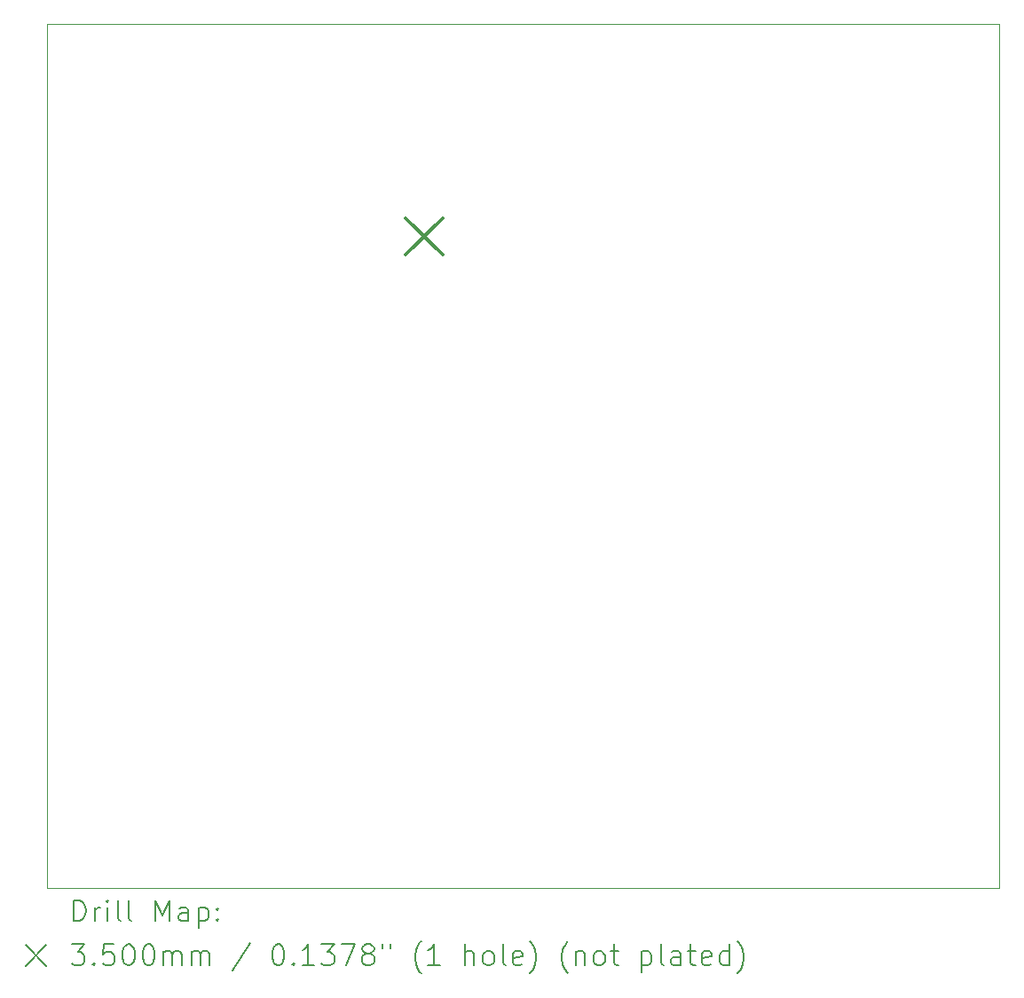
<source format=gbr>
%TF.GenerationSoftware,KiCad,Pcbnew,8.0.3*%
%TF.CreationDate,2024-07-02T16:04:20+02:00*%
%TF.ProjectId,sis5351a GPS controlled time base,73697335-3335-4316-9120-47505320636f,rev?*%
%TF.SameCoordinates,Original*%
%TF.FileFunction,Drillmap*%
%TF.FilePolarity,Positive*%
%FSLAX45Y45*%
G04 Gerber Fmt 4.5, Leading zero omitted, Abs format (unit mm)*
G04 Created by KiCad (PCBNEW 8.0.3) date 2024-07-02 16:04:20*
%MOMM*%
%LPD*%
G01*
G04 APERTURE LIST*
%ADD10C,0.100000*%
%ADD11C,0.200000*%
%ADD12C,0.350000*%
G04 APERTURE END LIST*
D10*
X12460160Y-5511700D02*
X21548540Y-5511700D01*
X21548540Y-13757040D01*
X12460160Y-13757040D01*
X12460160Y-5511700D01*
D11*
D12*
X15885000Y-7362000D02*
X16235000Y-7712000D01*
X16235000Y-7362000D02*
X15885000Y-7712000D01*
D11*
X12715937Y-14073524D02*
X12715937Y-13873524D01*
X12715937Y-13873524D02*
X12763556Y-13873524D01*
X12763556Y-13873524D02*
X12792127Y-13883048D01*
X12792127Y-13883048D02*
X12811175Y-13902095D01*
X12811175Y-13902095D02*
X12820699Y-13921143D01*
X12820699Y-13921143D02*
X12830222Y-13959238D01*
X12830222Y-13959238D02*
X12830222Y-13987809D01*
X12830222Y-13987809D02*
X12820699Y-14025905D01*
X12820699Y-14025905D02*
X12811175Y-14044952D01*
X12811175Y-14044952D02*
X12792127Y-14064000D01*
X12792127Y-14064000D02*
X12763556Y-14073524D01*
X12763556Y-14073524D02*
X12715937Y-14073524D01*
X12915937Y-14073524D02*
X12915937Y-13940190D01*
X12915937Y-13978286D02*
X12925461Y-13959238D01*
X12925461Y-13959238D02*
X12934984Y-13949714D01*
X12934984Y-13949714D02*
X12954032Y-13940190D01*
X12954032Y-13940190D02*
X12973080Y-13940190D01*
X13039746Y-14073524D02*
X13039746Y-13940190D01*
X13039746Y-13873524D02*
X13030222Y-13883048D01*
X13030222Y-13883048D02*
X13039746Y-13892571D01*
X13039746Y-13892571D02*
X13049270Y-13883048D01*
X13049270Y-13883048D02*
X13039746Y-13873524D01*
X13039746Y-13873524D02*
X13039746Y-13892571D01*
X13163556Y-14073524D02*
X13144508Y-14064000D01*
X13144508Y-14064000D02*
X13134984Y-14044952D01*
X13134984Y-14044952D02*
X13134984Y-13873524D01*
X13268318Y-14073524D02*
X13249270Y-14064000D01*
X13249270Y-14064000D02*
X13239746Y-14044952D01*
X13239746Y-14044952D02*
X13239746Y-13873524D01*
X13496889Y-14073524D02*
X13496889Y-13873524D01*
X13496889Y-13873524D02*
X13563556Y-14016381D01*
X13563556Y-14016381D02*
X13630222Y-13873524D01*
X13630222Y-13873524D02*
X13630222Y-14073524D01*
X13811175Y-14073524D02*
X13811175Y-13968762D01*
X13811175Y-13968762D02*
X13801651Y-13949714D01*
X13801651Y-13949714D02*
X13782603Y-13940190D01*
X13782603Y-13940190D02*
X13744508Y-13940190D01*
X13744508Y-13940190D02*
X13725461Y-13949714D01*
X13811175Y-14064000D02*
X13792127Y-14073524D01*
X13792127Y-14073524D02*
X13744508Y-14073524D01*
X13744508Y-14073524D02*
X13725461Y-14064000D01*
X13725461Y-14064000D02*
X13715937Y-14044952D01*
X13715937Y-14044952D02*
X13715937Y-14025905D01*
X13715937Y-14025905D02*
X13725461Y-14006857D01*
X13725461Y-14006857D02*
X13744508Y-13997333D01*
X13744508Y-13997333D02*
X13792127Y-13997333D01*
X13792127Y-13997333D02*
X13811175Y-13987809D01*
X13906413Y-13940190D02*
X13906413Y-14140190D01*
X13906413Y-13949714D02*
X13925461Y-13940190D01*
X13925461Y-13940190D02*
X13963556Y-13940190D01*
X13963556Y-13940190D02*
X13982603Y-13949714D01*
X13982603Y-13949714D02*
X13992127Y-13959238D01*
X13992127Y-13959238D02*
X14001651Y-13978286D01*
X14001651Y-13978286D02*
X14001651Y-14035428D01*
X14001651Y-14035428D02*
X13992127Y-14054476D01*
X13992127Y-14054476D02*
X13982603Y-14064000D01*
X13982603Y-14064000D02*
X13963556Y-14073524D01*
X13963556Y-14073524D02*
X13925461Y-14073524D01*
X13925461Y-14073524D02*
X13906413Y-14064000D01*
X14087365Y-14054476D02*
X14096889Y-14064000D01*
X14096889Y-14064000D02*
X14087365Y-14073524D01*
X14087365Y-14073524D02*
X14077842Y-14064000D01*
X14077842Y-14064000D02*
X14087365Y-14054476D01*
X14087365Y-14054476D02*
X14087365Y-14073524D01*
X14087365Y-13949714D02*
X14096889Y-13959238D01*
X14096889Y-13959238D02*
X14087365Y-13968762D01*
X14087365Y-13968762D02*
X14077842Y-13959238D01*
X14077842Y-13959238D02*
X14087365Y-13949714D01*
X14087365Y-13949714D02*
X14087365Y-13968762D01*
X12255160Y-14302040D02*
X12455160Y-14502040D01*
X12455160Y-14302040D02*
X12255160Y-14502040D01*
X12696889Y-14293524D02*
X12820699Y-14293524D01*
X12820699Y-14293524D02*
X12754032Y-14369714D01*
X12754032Y-14369714D02*
X12782603Y-14369714D01*
X12782603Y-14369714D02*
X12801651Y-14379238D01*
X12801651Y-14379238D02*
X12811175Y-14388762D01*
X12811175Y-14388762D02*
X12820699Y-14407809D01*
X12820699Y-14407809D02*
X12820699Y-14455428D01*
X12820699Y-14455428D02*
X12811175Y-14474476D01*
X12811175Y-14474476D02*
X12801651Y-14484000D01*
X12801651Y-14484000D02*
X12782603Y-14493524D01*
X12782603Y-14493524D02*
X12725461Y-14493524D01*
X12725461Y-14493524D02*
X12706413Y-14484000D01*
X12706413Y-14484000D02*
X12696889Y-14474476D01*
X12906413Y-14474476D02*
X12915937Y-14484000D01*
X12915937Y-14484000D02*
X12906413Y-14493524D01*
X12906413Y-14493524D02*
X12896889Y-14484000D01*
X12896889Y-14484000D02*
X12906413Y-14474476D01*
X12906413Y-14474476D02*
X12906413Y-14493524D01*
X13096889Y-14293524D02*
X13001651Y-14293524D01*
X13001651Y-14293524D02*
X12992127Y-14388762D01*
X12992127Y-14388762D02*
X13001651Y-14379238D01*
X13001651Y-14379238D02*
X13020699Y-14369714D01*
X13020699Y-14369714D02*
X13068318Y-14369714D01*
X13068318Y-14369714D02*
X13087365Y-14379238D01*
X13087365Y-14379238D02*
X13096889Y-14388762D01*
X13096889Y-14388762D02*
X13106413Y-14407809D01*
X13106413Y-14407809D02*
X13106413Y-14455428D01*
X13106413Y-14455428D02*
X13096889Y-14474476D01*
X13096889Y-14474476D02*
X13087365Y-14484000D01*
X13087365Y-14484000D02*
X13068318Y-14493524D01*
X13068318Y-14493524D02*
X13020699Y-14493524D01*
X13020699Y-14493524D02*
X13001651Y-14484000D01*
X13001651Y-14484000D02*
X12992127Y-14474476D01*
X13230222Y-14293524D02*
X13249270Y-14293524D01*
X13249270Y-14293524D02*
X13268318Y-14303048D01*
X13268318Y-14303048D02*
X13277842Y-14312571D01*
X13277842Y-14312571D02*
X13287365Y-14331619D01*
X13287365Y-14331619D02*
X13296889Y-14369714D01*
X13296889Y-14369714D02*
X13296889Y-14417333D01*
X13296889Y-14417333D02*
X13287365Y-14455428D01*
X13287365Y-14455428D02*
X13277842Y-14474476D01*
X13277842Y-14474476D02*
X13268318Y-14484000D01*
X13268318Y-14484000D02*
X13249270Y-14493524D01*
X13249270Y-14493524D02*
X13230222Y-14493524D01*
X13230222Y-14493524D02*
X13211175Y-14484000D01*
X13211175Y-14484000D02*
X13201651Y-14474476D01*
X13201651Y-14474476D02*
X13192127Y-14455428D01*
X13192127Y-14455428D02*
X13182603Y-14417333D01*
X13182603Y-14417333D02*
X13182603Y-14369714D01*
X13182603Y-14369714D02*
X13192127Y-14331619D01*
X13192127Y-14331619D02*
X13201651Y-14312571D01*
X13201651Y-14312571D02*
X13211175Y-14303048D01*
X13211175Y-14303048D02*
X13230222Y-14293524D01*
X13420699Y-14293524D02*
X13439746Y-14293524D01*
X13439746Y-14293524D02*
X13458794Y-14303048D01*
X13458794Y-14303048D02*
X13468318Y-14312571D01*
X13468318Y-14312571D02*
X13477842Y-14331619D01*
X13477842Y-14331619D02*
X13487365Y-14369714D01*
X13487365Y-14369714D02*
X13487365Y-14417333D01*
X13487365Y-14417333D02*
X13477842Y-14455428D01*
X13477842Y-14455428D02*
X13468318Y-14474476D01*
X13468318Y-14474476D02*
X13458794Y-14484000D01*
X13458794Y-14484000D02*
X13439746Y-14493524D01*
X13439746Y-14493524D02*
X13420699Y-14493524D01*
X13420699Y-14493524D02*
X13401651Y-14484000D01*
X13401651Y-14484000D02*
X13392127Y-14474476D01*
X13392127Y-14474476D02*
X13382603Y-14455428D01*
X13382603Y-14455428D02*
X13373080Y-14417333D01*
X13373080Y-14417333D02*
X13373080Y-14369714D01*
X13373080Y-14369714D02*
X13382603Y-14331619D01*
X13382603Y-14331619D02*
X13392127Y-14312571D01*
X13392127Y-14312571D02*
X13401651Y-14303048D01*
X13401651Y-14303048D02*
X13420699Y-14293524D01*
X13573080Y-14493524D02*
X13573080Y-14360190D01*
X13573080Y-14379238D02*
X13582603Y-14369714D01*
X13582603Y-14369714D02*
X13601651Y-14360190D01*
X13601651Y-14360190D02*
X13630223Y-14360190D01*
X13630223Y-14360190D02*
X13649270Y-14369714D01*
X13649270Y-14369714D02*
X13658794Y-14388762D01*
X13658794Y-14388762D02*
X13658794Y-14493524D01*
X13658794Y-14388762D02*
X13668318Y-14369714D01*
X13668318Y-14369714D02*
X13687365Y-14360190D01*
X13687365Y-14360190D02*
X13715937Y-14360190D01*
X13715937Y-14360190D02*
X13734984Y-14369714D01*
X13734984Y-14369714D02*
X13744508Y-14388762D01*
X13744508Y-14388762D02*
X13744508Y-14493524D01*
X13839746Y-14493524D02*
X13839746Y-14360190D01*
X13839746Y-14379238D02*
X13849270Y-14369714D01*
X13849270Y-14369714D02*
X13868318Y-14360190D01*
X13868318Y-14360190D02*
X13896889Y-14360190D01*
X13896889Y-14360190D02*
X13915937Y-14369714D01*
X13915937Y-14369714D02*
X13925461Y-14388762D01*
X13925461Y-14388762D02*
X13925461Y-14493524D01*
X13925461Y-14388762D02*
X13934984Y-14369714D01*
X13934984Y-14369714D02*
X13954032Y-14360190D01*
X13954032Y-14360190D02*
X13982603Y-14360190D01*
X13982603Y-14360190D02*
X14001651Y-14369714D01*
X14001651Y-14369714D02*
X14011175Y-14388762D01*
X14011175Y-14388762D02*
X14011175Y-14493524D01*
X14401651Y-14284000D02*
X14230223Y-14541143D01*
X14658794Y-14293524D02*
X14677842Y-14293524D01*
X14677842Y-14293524D02*
X14696889Y-14303048D01*
X14696889Y-14303048D02*
X14706413Y-14312571D01*
X14706413Y-14312571D02*
X14715937Y-14331619D01*
X14715937Y-14331619D02*
X14725461Y-14369714D01*
X14725461Y-14369714D02*
X14725461Y-14417333D01*
X14725461Y-14417333D02*
X14715937Y-14455428D01*
X14715937Y-14455428D02*
X14706413Y-14474476D01*
X14706413Y-14474476D02*
X14696889Y-14484000D01*
X14696889Y-14484000D02*
X14677842Y-14493524D01*
X14677842Y-14493524D02*
X14658794Y-14493524D01*
X14658794Y-14493524D02*
X14639746Y-14484000D01*
X14639746Y-14484000D02*
X14630223Y-14474476D01*
X14630223Y-14474476D02*
X14620699Y-14455428D01*
X14620699Y-14455428D02*
X14611175Y-14417333D01*
X14611175Y-14417333D02*
X14611175Y-14369714D01*
X14611175Y-14369714D02*
X14620699Y-14331619D01*
X14620699Y-14331619D02*
X14630223Y-14312571D01*
X14630223Y-14312571D02*
X14639746Y-14303048D01*
X14639746Y-14303048D02*
X14658794Y-14293524D01*
X14811175Y-14474476D02*
X14820699Y-14484000D01*
X14820699Y-14484000D02*
X14811175Y-14493524D01*
X14811175Y-14493524D02*
X14801651Y-14484000D01*
X14801651Y-14484000D02*
X14811175Y-14474476D01*
X14811175Y-14474476D02*
X14811175Y-14493524D01*
X15011175Y-14493524D02*
X14896889Y-14493524D01*
X14954032Y-14493524D02*
X14954032Y-14293524D01*
X14954032Y-14293524D02*
X14934985Y-14322095D01*
X14934985Y-14322095D02*
X14915937Y-14341143D01*
X14915937Y-14341143D02*
X14896889Y-14350667D01*
X15077842Y-14293524D02*
X15201651Y-14293524D01*
X15201651Y-14293524D02*
X15134985Y-14369714D01*
X15134985Y-14369714D02*
X15163556Y-14369714D01*
X15163556Y-14369714D02*
X15182604Y-14379238D01*
X15182604Y-14379238D02*
X15192127Y-14388762D01*
X15192127Y-14388762D02*
X15201651Y-14407809D01*
X15201651Y-14407809D02*
X15201651Y-14455428D01*
X15201651Y-14455428D02*
X15192127Y-14474476D01*
X15192127Y-14474476D02*
X15182604Y-14484000D01*
X15182604Y-14484000D02*
X15163556Y-14493524D01*
X15163556Y-14493524D02*
X15106413Y-14493524D01*
X15106413Y-14493524D02*
X15087366Y-14484000D01*
X15087366Y-14484000D02*
X15077842Y-14474476D01*
X15268318Y-14293524D02*
X15401651Y-14293524D01*
X15401651Y-14293524D02*
X15315937Y-14493524D01*
X15506413Y-14379238D02*
X15487366Y-14369714D01*
X15487366Y-14369714D02*
X15477842Y-14360190D01*
X15477842Y-14360190D02*
X15468318Y-14341143D01*
X15468318Y-14341143D02*
X15468318Y-14331619D01*
X15468318Y-14331619D02*
X15477842Y-14312571D01*
X15477842Y-14312571D02*
X15487366Y-14303048D01*
X15487366Y-14303048D02*
X15506413Y-14293524D01*
X15506413Y-14293524D02*
X15544508Y-14293524D01*
X15544508Y-14293524D02*
X15563556Y-14303048D01*
X15563556Y-14303048D02*
X15573080Y-14312571D01*
X15573080Y-14312571D02*
X15582604Y-14331619D01*
X15582604Y-14331619D02*
X15582604Y-14341143D01*
X15582604Y-14341143D02*
X15573080Y-14360190D01*
X15573080Y-14360190D02*
X15563556Y-14369714D01*
X15563556Y-14369714D02*
X15544508Y-14379238D01*
X15544508Y-14379238D02*
X15506413Y-14379238D01*
X15506413Y-14379238D02*
X15487366Y-14388762D01*
X15487366Y-14388762D02*
X15477842Y-14398286D01*
X15477842Y-14398286D02*
X15468318Y-14417333D01*
X15468318Y-14417333D02*
X15468318Y-14455428D01*
X15468318Y-14455428D02*
X15477842Y-14474476D01*
X15477842Y-14474476D02*
X15487366Y-14484000D01*
X15487366Y-14484000D02*
X15506413Y-14493524D01*
X15506413Y-14493524D02*
X15544508Y-14493524D01*
X15544508Y-14493524D02*
X15563556Y-14484000D01*
X15563556Y-14484000D02*
X15573080Y-14474476D01*
X15573080Y-14474476D02*
X15582604Y-14455428D01*
X15582604Y-14455428D02*
X15582604Y-14417333D01*
X15582604Y-14417333D02*
X15573080Y-14398286D01*
X15573080Y-14398286D02*
X15563556Y-14388762D01*
X15563556Y-14388762D02*
X15544508Y-14379238D01*
X15658794Y-14293524D02*
X15658794Y-14331619D01*
X15734985Y-14293524D02*
X15734985Y-14331619D01*
X16030223Y-14569714D02*
X16020699Y-14560190D01*
X16020699Y-14560190D02*
X16001651Y-14531619D01*
X16001651Y-14531619D02*
X15992128Y-14512571D01*
X15992128Y-14512571D02*
X15982604Y-14484000D01*
X15982604Y-14484000D02*
X15973080Y-14436381D01*
X15973080Y-14436381D02*
X15973080Y-14398286D01*
X15973080Y-14398286D02*
X15982604Y-14350667D01*
X15982604Y-14350667D02*
X15992128Y-14322095D01*
X15992128Y-14322095D02*
X16001651Y-14303048D01*
X16001651Y-14303048D02*
X16020699Y-14274476D01*
X16020699Y-14274476D02*
X16030223Y-14264952D01*
X16211175Y-14493524D02*
X16096889Y-14493524D01*
X16154032Y-14493524D02*
X16154032Y-14293524D01*
X16154032Y-14293524D02*
X16134985Y-14322095D01*
X16134985Y-14322095D02*
X16115937Y-14341143D01*
X16115937Y-14341143D02*
X16096889Y-14350667D01*
X16449270Y-14493524D02*
X16449270Y-14293524D01*
X16534985Y-14493524D02*
X16534985Y-14388762D01*
X16534985Y-14388762D02*
X16525461Y-14369714D01*
X16525461Y-14369714D02*
X16506413Y-14360190D01*
X16506413Y-14360190D02*
X16477842Y-14360190D01*
X16477842Y-14360190D02*
X16458794Y-14369714D01*
X16458794Y-14369714D02*
X16449270Y-14379238D01*
X16658794Y-14493524D02*
X16639747Y-14484000D01*
X16639747Y-14484000D02*
X16630223Y-14474476D01*
X16630223Y-14474476D02*
X16620699Y-14455428D01*
X16620699Y-14455428D02*
X16620699Y-14398286D01*
X16620699Y-14398286D02*
X16630223Y-14379238D01*
X16630223Y-14379238D02*
X16639747Y-14369714D01*
X16639747Y-14369714D02*
X16658794Y-14360190D01*
X16658794Y-14360190D02*
X16687366Y-14360190D01*
X16687366Y-14360190D02*
X16706413Y-14369714D01*
X16706413Y-14369714D02*
X16715937Y-14379238D01*
X16715937Y-14379238D02*
X16725461Y-14398286D01*
X16725461Y-14398286D02*
X16725461Y-14455428D01*
X16725461Y-14455428D02*
X16715937Y-14474476D01*
X16715937Y-14474476D02*
X16706413Y-14484000D01*
X16706413Y-14484000D02*
X16687366Y-14493524D01*
X16687366Y-14493524D02*
X16658794Y-14493524D01*
X16839747Y-14493524D02*
X16820699Y-14484000D01*
X16820699Y-14484000D02*
X16811175Y-14464952D01*
X16811175Y-14464952D02*
X16811175Y-14293524D01*
X16992128Y-14484000D02*
X16973080Y-14493524D01*
X16973080Y-14493524D02*
X16934985Y-14493524D01*
X16934985Y-14493524D02*
X16915937Y-14484000D01*
X16915937Y-14484000D02*
X16906413Y-14464952D01*
X16906413Y-14464952D02*
X16906413Y-14388762D01*
X16906413Y-14388762D02*
X16915937Y-14369714D01*
X16915937Y-14369714D02*
X16934985Y-14360190D01*
X16934985Y-14360190D02*
X16973080Y-14360190D01*
X16973080Y-14360190D02*
X16992128Y-14369714D01*
X16992128Y-14369714D02*
X17001652Y-14388762D01*
X17001652Y-14388762D02*
X17001652Y-14407809D01*
X17001652Y-14407809D02*
X16906413Y-14426857D01*
X17068318Y-14569714D02*
X17077842Y-14560190D01*
X17077842Y-14560190D02*
X17096890Y-14531619D01*
X17096890Y-14531619D02*
X17106413Y-14512571D01*
X17106413Y-14512571D02*
X17115937Y-14484000D01*
X17115937Y-14484000D02*
X17125461Y-14436381D01*
X17125461Y-14436381D02*
X17125461Y-14398286D01*
X17125461Y-14398286D02*
X17115937Y-14350667D01*
X17115937Y-14350667D02*
X17106413Y-14322095D01*
X17106413Y-14322095D02*
X17096890Y-14303048D01*
X17096890Y-14303048D02*
X17077842Y-14274476D01*
X17077842Y-14274476D02*
X17068318Y-14264952D01*
X17430223Y-14569714D02*
X17420699Y-14560190D01*
X17420699Y-14560190D02*
X17401652Y-14531619D01*
X17401652Y-14531619D02*
X17392128Y-14512571D01*
X17392128Y-14512571D02*
X17382604Y-14484000D01*
X17382604Y-14484000D02*
X17373080Y-14436381D01*
X17373080Y-14436381D02*
X17373080Y-14398286D01*
X17373080Y-14398286D02*
X17382604Y-14350667D01*
X17382604Y-14350667D02*
X17392128Y-14322095D01*
X17392128Y-14322095D02*
X17401652Y-14303048D01*
X17401652Y-14303048D02*
X17420699Y-14274476D01*
X17420699Y-14274476D02*
X17430223Y-14264952D01*
X17506413Y-14360190D02*
X17506413Y-14493524D01*
X17506413Y-14379238D02*
X17515937Y-14369714D01*
X17515937Y-14369714D02*
X17534985Y-14360190D01*
X17534985Y-14360190D02*
X17563556Y-14360190D01*
X17563556Y-14360190D02*
X17582604Y-14369714D01*
X17582604Y-14369714D02*
X17592128Y-14388762D01*
X17592128Y-14388762D02*
X17592128Y-14493524D01*
X17715937Y-14493524D02*
X17696890Y-14484000D01*
X17696890Y-14484000D02*
X17687366Y-14474476D01*
X17687366Y-14474476D02*
X17677842Y-14455428D01*
X17677842Y-14455428D02*
X17677842Y-14398286D01*
X17677842Y-14398286D02*
X17687366Y-14379238D01*
X17687366Y-14379238D02*
X17696890Y-14369714D01*
X17696890Y-14369714D02*
X17715937Y-14360190D01*
X17715937Y-14360190D02*
X17744509Y-14360190D01*
X17744509Y-14360190D02*
X17763556Y-14369714D01*
X17763556Y-14369714D02*
X17773080Y-14379238D01*
X17773080Y-14379238D02*
X17782604Y-14398286D01*
X17782604Y-14398286D02*
X17782604Y-14455428D01*
X17782604Y-14455428D02*
X17773080Y-14474476D01*
X17773080Y-14474476D02*
X17763556Y-14484000D01*
X17763556Y-14484000D02*
X17744509Y-14493524D01*
X17744509Y-14493524D02*
X17715937Y-14493524D01*
X17839747Y-14360190D02*
X17915937Y-14360190D01*
X17868318Y-14293524D02*
X17868318Y-14464952D01*
X17868318Y-14464952D02*
X17877842Y-14484000D01*
X17877842Y-14484000D02*
X17896890Y-14493524D01*
X17896890Y-14493524D02*
X17915937Y-14493524D01*
X18134985Y-14360190D02*
X18134985Y-14560190D01*
X18134985Y-14369714D02*
X18154033Y-14360190D01*
X18154033Y-14360190D02*
X18192128Y-14360190D01*
X18192128Y-14360190D02*
X18211175Y-14369714D01*
X18211175Y-14369714D02*
X18220699Y-14379238D01*
X18220699Y-14379238D02*
X18230223Y-14398286D01*
X18230223Y-14398286D02*
X18230223Y-14455428D01*
X18230223Y-14455428D02*
X18220699Y-14474476D01*
X18220699Y-14474476D02*
X18211175Y-14484000D01*
X18211175Y-14484000D02*
X18192128Y-14493524D01*
X18192128Y-14493524D02*
X18154033Y-14493524D01*
X18154033Y-14493524D02*
X18134985Y-14484000D01*
X18344509Y-14493524D02*
X18325461Y-14484000D01*
X18325461Y-14484000D02*
X18315937Y-14464952D01*
X18315937Y-14464952D02*
X18315937Y-14293524D01*
X18506414Y-14493524D02*
X18506414Y-14388762D01*
X18506414Y-14388762D02*
X18496890Y-14369714D01*
X18496890Y-14369714D02*
X18477842Y-14360190D01*
X18477842Y-14360190D02*
X18439747Y-14360190D01*
X18439747Y-14360190D02*
X18420699Y-14369714D01*
X18506414Y-14484000D02*
X18487366Y-14493524D01*
X18487366Y-14493524D02*
X18439747Y-14493524D01*
X18439747Y-14493524D02*
X18420699Y-14484000D01*
X18420699Y-14484000D02*
X18411175Y-14464952D01*
X18411175Y-14464952D02*
X18411175Y-14445905D01*
X18411175Y-14445905D02*
X18420699Y-14426857D01*
X18420699Y-14426857D02*
X18439747Y-14417333D01*
X18439747Y-14417333D02*
X18487366Y-14417333D01*
X18487366Y-14417333D02*
X18506414Y-14407809D01*
X18573080Y-14360190D02*
X18649271Y-14360190D01*
X18601652Y-14293524D02*
X18601652Y-14464952D01*
X18601652Y-14464952D02*
X18611175Y-14484000D01*
X18611175Y-14484000D02*
X18630223Y-14493524D01*
X18630223Y-14493524D02*
X18649271Y-14493524D01*
X18792128Y-14484000D02*
X18773080Y-14493524D01*
X18773080Y-14493524D02*
X18734985Y-14493524D01*
X18734985Y-14493524D02*
X18715937Y-14484000D01*
X18715937Y-14484000D02*
X18706414Y-14464952D01*
X18706414Y-14464952D02*
X18706414Y-14388762D01*
X18706414Y-14388762D02*
X18715937Y-14369714D01*
X18715937Y-14369714D02*
X18734985Y-14360190D01*
X18734985Y-14360190D02*
X18773080Y-14360190D01*
X18773080Y-14360190D02*
X18792128Y-14369714D01*
X18792128Y-14369714D02*
X18801652Y-14388762D01*
X18801652Y-14388762D02*
X18801652Y-14407809D01*
X18801652Y-14407809D02*
X18706414Y-14426857D01*
X18973080Y-14493524D02*
X18973080Y-14293524D01*
X18973080Y-14484000D02*
X18954033Y-14493524D01*
X18954033Y-14493524D02*
X18915937Y-14493524D01*
X18915937Y-14493524D02*
X18896890Y-14484000D01*
X18896890Y-14484000D02*
X18887366Y-14474476D01*
X18887366Y-14474476D02*
X18877842Y-14455428D01*
X18877842Y-14455428D02*
X18877842Y-14398286D01*
X18877842Y-14398286D02*
X18887366Y-14379238D01*
X18887366Y-14379238D02*
X18896890Y-14369714D01*
X18896890Y-14369714D02*
X18915937Y-14360190D01*
X18915937Y-14360190D02*
X18954033Y-14360190D01*
X18954033Y-14360190D02*
X18973080Y-14369714D01*
X19049271Y-14569714D02*
X19058795Y-14560190D01*
X19058795Y-14560190D02*
X19077842Y-14531619D01*
X19077842Y-14531619D02*
X19087366Y-14512571D01*
X19087366Y-14512571D02*
X19096890Y-14484000D01*
X19096890Y-14484000D02*
X19106414Y-14436381D01*
X19106414Y-14436381D02*
X19106414Y-14398286D01*
X19106414Y-14398286D02*
X19096890Y-14350667D01*
X19096890Y-14350667D02*
X19087366Y-14322095D01*
X19087366Y-14322095D02*
X19077842Y-14303048D01*
X19077842Y-14303048D02*
X19058795Y-14274476D01*
X19058795Y-14274476D02*
X19049271Y-14264952D01*
M02*

</source>
